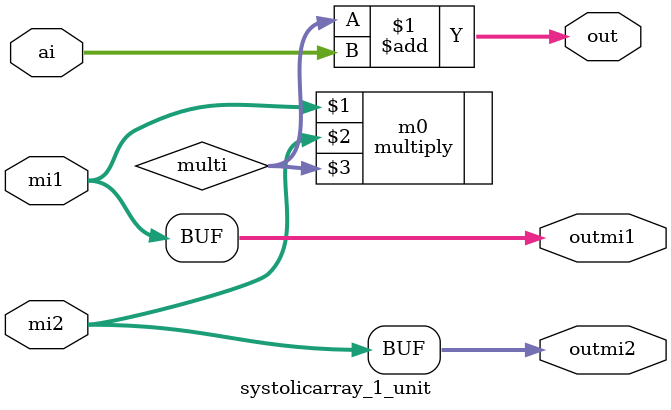
<source format=v>
`timescale 1ns / 1ps

module systolicarray_1_unit(
mi1,
mi2,
ai,
outmi1,
outmi2,
out
    );

parameter size=8;    
parameter decimal=4;

input[size-1:0] mi1;
input[size-1:0] mi2;
input[size-1:0] ai;
output[size-1:0] out;
output[size-1:0] outmi1;
output[size-1:0] outmi2;

wire[size-1:0] multi;

multiply #(.width(size),.decimal(decimal)) m0(mi1,mi2,multi);

assign out=multi+ai;

assign outmi1=mi1;
assign outmi2=mi2;

endmodule

</source>
